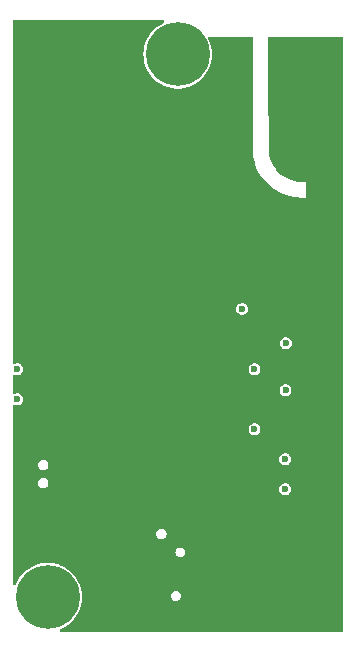
<source format=gbr>
%TF.GenerationSoftware,KiCad,Pcbnew,8.0.5*%
%TF.CreationDate,2024-10-25T02:08:45-07:00*%
%TF.ProjectId,ChungRF,4368756e-6752-4462-9e6b-696361645f70,R3*%
%TF.SameCoordinates,Original*%
%TF.FileFunction,Copper,L3,Inr*%
%TF.FilePolarity,Positive*%
%FSLAX46Y46*%
G04 Gerber Fmt 4.6, Leading zero omitted, Abs format (unit mm)*
G04 Created by KiCad (PCBNEW 8.0.5) date 2024-10-25 02:08:45*
%MOMM*%
%LPD*%
G01*
G04 APERTURE LIST*
%TA.AperFunction,ComponentPad*%
%ADD10C,0.800000*%
%TD*%
%TA.AperFunction,ComponentPad*%
%ADD11C,5.400000*%
%TD*%
%TA.AperFunction,ViaPad*%
%ADD12C,0.700000*%
%TD*%
%TA.AperFunction,ViaPad*%
%ADD13C,0.600000*%
%TD*%
%TA.AperFunction,ViaPad*%
%ADD14C,0.900000*%
%TD*%
G04 APERTURE END LIST*
D10*
%TO.N,N/C*%
%TO.C,H1*%
X163524082Y-64650000D03*
X164117191Y-63218109D03*
X164117191Y-66081891D03*
X165549082Y-62625000D03*
D11*
X165549082Y-64650000D03*
D10*
X165549082Y-66675000D03*
X166980973Y-63218109D03*
X166980973Y-66081891D03*
X167574082Y-64650000D03*
%TD*%
%TO.N,N/C*%
%TO.C,H2*%
X152516891Y-110598109D03*
X153110000Y-109166218D03*
X153110000Y-112030000D03*
X154541891Y-108573109D03*
D11*
X154541891Y-110598109D03*
D10*
X154541891Y-112623109D03*
X155973782Y-109166218D03*
X155973782Y-112030000D03*
X156566891Y-110598109D03*
%TD*%
D12*
%TO.N,GND*%
X174000000Y-97150000D03*
D13*
%TO.N,/NSS*%
X171000000Y-86200000D03*
D12*
%TO.N,GND*%
X151919082Y-92550000D03*
X157100000Y-83050000D03*
D14*
X156700000Y-94050000D03*
D12*
X174600000Y-87800000D03*
D13*
%TO.N,/TXEN*%
X151950000Y-93850000D03*
%TO.N,/RXEN*%
X151951410Y-91301410D03*
D12*
%TO.N,GND*%
X178850000Y-112950000D03*
X161500000Y-112700000D03*
X174600000Y-85200000D03*
D14*
X174000000Y-94000000D03*
X174000000Y-79000000D03*
D13*
%TO.N,/SCK*%
X174700000Y-89100000D03*
%TO.N,/MISO*%
X174675000Y-93075000D03*
%TO.N,/MOSI*%
X172050000Y-91301410D03*
%TO.N,/BUSY*%
X174650000Y-98921410D03*
%TO.N,/NRST*%
X172050000Y-96381410D03*
%TO.N,/DIO1*%
X174650000Y-101461410D03*
D12*
%TO.N,GND*%
X171466310Y-71807946D03*
D14*
X174600000Y-104001410D03*
D12*
X174797501Y-77031690D03*
X174200000Y-74050000D03*
D14*
X164000000Y-99000000D03*
X169000000Y-89000000D03*
X164000000Y-69000000D03*
X178600000Y-63900000D03*
X161500000Y-104270000D03*
D12*
X173663660Y-70800000D03*
X173663660Y-68100000D03*
D14*
X152300000Y-82000000D03*
X159000000Y-74000000D03*
X175649082Y-78671410D03*
X164000000Y-79000000D03*
X169000000Y-74000000D03*
X169000000Y-69000000D03*
X174725000Y-106800000D03*
X159000000Y-69000000D03*
X159000000Y-62600000D03*
X164000000Y-89000000D03*
D12*
X171466310Y-69107946D03*
X175650000Y-77250000D03*
X171466310Y-70907946D03*
D14*
X170024984Y-68150000D03*
X166700000Y-112700000D03*
D12*
X174850000Y-74600000D03*
X175650000Y-74900000D03*
X171790200Y-74305988D03*
D14*
X164000000Y-74000000D03*
X164000000Y-104000000D03*
X169000000Y-94000000D03*
X164000000Y-84000000D03*
X155449082Y-73571410D03*
D12*
X171551807Y-73500802D03*
X173302284Y-76284240D03*
X174014984Y-65250000D03*
D14*
X155449082Y-76171410D03*
X155449082Y-104071410D03*
X169000000Y-108000000D03*
X161500000Y-101730000D03*
X169000000Y-84000000D03*
D12*
X172680585Y-75720756D03*
X173663660Y-69000000D03*
D14*
X175649082Y-73571410D03*
X169000000Y-79000000D03*
X152300000Y-108000000D03*
X164049082Y-110095000D03*
D12*
X171100000Y-65250000D03*
D14*
X157000000Y-101691410D03*
X156700000Y-100181410D03*
X175104984Y-68150000D03*
D12*
X172170973Y-75054072D03*
D14*
X155449082Y-78671410D03*
X178650000Y-69000000D03*
D12*
X171466310Y-68207946D03*
D14*
X174000000Y-112800000D03*
D12*
X173800000Y-73350000D03*
D14*
X164000000Y-94000000D03*
D12*
X173663660Y-72557437D03*
X173663660Y-71700000D03*
X174015702Y-76726063D03*
D14*
X153900000Y-62600000D03*
X156700000Y-98691410D03*
D12*
X171466310Y-72665383D03*
X173663660Y-69900000D03*
X171466310Y-70007946D03*
D14*
X169000000Y-99000000D03*
X169000000Y-104000000D03*
X159000000Y-79000000D03*
X155449082Y-88771410D03*
X152300000Y-69000000D03*
X155449082Y-86271410D03*
X152400000Y-64000000D03*
D12*
X174000000Y-100400000D03*
%TD*%
%TA.AperFunction,Conductor*%
%TO.N,GND*%
G36*
X164365213Y-61740462D02*
G01*
X164419751Y-61795000D01*
X164439713Y-61869500D01*
X164419751Y-61944000D01*
X164365213Y-61998538D01*
X164357584Y-62002651D01*
X164096379Y-62133832D01*
X163949693Y-62230309D01*
X163814088Y-62319498D01*
X163814086Y-62319499D01*
X163814085Y-62319500D01*
X163555266Y-62536674D01*
X163555261Y-62536680D01*
X163323412Y-62782424D01*
X163323409Y-62782428D01*
X163121641Y-63053449D01*
X162952707Y-63346051D01*
X162952705Y-63346055D01*
X162818883Y-63656289D01*
X162818881Y-63656296D01*
X162721984Y-63979954D01*
X162721982Y-63979964D01*
X162663312Y-64312695D01*
X162663310Y-64312709D01*
X162643666Y-64650000D01*
X162663310Y-64987290D01*
X162663312Y-64987304D01*
X162721982Y-65320035D01*
X162721984Y-65320045D01*
X162818881Y-65643703D01*
X162818883Y-65643710D01*
X162952705Y-65953944D01*
X162952707Y-65953948D01*
X163121642Y-66246552D01*
X163323404Y-66517565D01*
X163323406Y-66517567D01*
X163323409Y-66517571D01*
X163323412Y-66517575D01*
X163555261Y-66763319D01*
X163555266Y-66763325D01*
X163738074Y-66916718D01*
X163814088Y-66980502D01*
X164096374Y-67166164D01*
X164096379Y-67166167D01*
X164398300Y-67317797D01*
X164398306Y-67317800D01*
X164715799Y-67433358D01*
X165044562Y-67511276D01*
X165380147Y-67550500D01*
X165380150Y-67550500D01*
X165718014Y-67550500D01*
X165718017Y-67550500D01*
X166053602Y-67511276D01*
X166382365Y-67433358D01*
X166699858Y-67317800D01*
X167001790Y-67166164D01*
X167284076Y-66980502D01*
X167542899Y-66763323D01*
X167774760Y-66517565D01*
X167976522Y-66246552D01*
X168145457Y-65953948D01*
X168279280Y-65643711D01*
X168376182Y-65320035D01*
X168434853Y-64987298D01*
X168454498Y-64650000D01*
X168434853Y-64312702D01*
X168376182Y-63979965D01*
X168279280Y-63656289D01*
X168143740Y-63342071D01*
X168145028Y-63341515D01*
X168130730Y-63272232D01*
X168154997Y-63199021D01*
X168212619Y-63147752D01*
X168279477Y-63131910D01*
X168343860Y-63131910D01*
X171765849Y-63131910D01*
X171840349Y-63151872D01*
X171894887Y-63206410D01*
X171914848Y-63280909D01*
X171908224Y-67550500D01*
X171900000Y-72850004D01*
X171947561Y-73228913D01*
X171950000Y-73248346D01*
X172000000Y-73504814D01*
X172000005Y-73504839D01*
X172083333Y-73834135D01*
X172100000Y-73900000D01*
X172100002Y-73900006D01*
X172100003Y-73900008D01*
X172299997Y-74405083D01*
X172300003Y-74405096D01*
X172549995Y-74849992D01*
X172549997Y-74849995D01*
X172550000Y-74850000D01*
X173000000Y-75450000D01*
X173700000Y-76050000D01*
X174500000Y-76500000D01*
X175399996Y-76749999D01*
X175399997Y-76749999D01*
X175400000Y-76750000D01*
X176250000Y-76800000D01*
X176250009Y-76800000D01*
X176400000Y-76800000D01*
X176400000Y-75450000D01*
X176250000Y-75450000D01*
X175772741Y-75450000D01*
X175728298Y-75443217D01*
X174963624Y-75204256D01*
X174937426Y-75193229D01*
X174319255Y-74860368D01*
X174284537Y-74834537D01*
X173861999Y-74411999D01*
X173841006Y-74385610D01*
X173606081Y-74009730D01*
X173595480Y-73989454D01*
X173451349Y-73653147D01*
X173448789Y-73646771D01*
X173307423Y-73269795D01*
X173298378Y-73228919D01*
X173250439Y-72605707D01*
X173250000Y-72594279D01*
X173250000Y-72400021D01*
X173230669Y-67317800D01*
X173215317Y-63281476D01*
X173234996Y-63206901D01*
X173289326Y-63152157D01*
X173363749Y-63131911D01*
X173364316Y-63131910D01*
X179379582Y-63131910D01*
X179454082Y-63151872D01*
X179508620Y-63206410D01*
X179528582Y-63280910D01*
X179528582Y-113430500D01*
X179508620Y-113505000D01*
X179454082Y-113559538D01*
X179379582Y-113579500D01*
X155676103Y-113579500D01*
X155601603Y-113559538D01*
X155547065Y-113505000D01*
X155527103Y-113430500D01*
X155547065Y-113356000D01*
X155601603Y-113301462D01*
X155625142Y-113290486D01*
X155692667Y-113265909D01*
X155994599Y-113114273D01*
X156276885Y-112928611D01*
X156535708Y-112711432D01*
X156767569Y-112465674D01*
X156969331Y-112194661D01*
X157138266Y-111902057D01*
X157272089Y-111591820D01*
X157368991Y-111268144D01*
X157427662Y-110935407D01*
X157447307Y-110598109D01*
X157441593Y-110500000D01*
X164994508Y-110500000D01*
X165014354Y-110625305D01*
X165071950Y-110738342D01*
X165161658Y-110828050D01*
X165274696Y-110885646D01*
X165400000Y-110905492D01*
X165525304Y-110885646D01*
X165638342Y-110828050D01*
X165728050Y-110738342D01*
X165785646Y-110625304D01*
X165805492Y-110500000D01*
X165785646Y-110374696D01*
X165728050Y-110261658D01*
X165638342Y-110171950D01*
X165525305Y-110114354D01*
X165400000Y-110094508D01*
X165274694Y-110114354D01*
X165161657Y-110171950D01*
X165071950Y-110261657D01*
X165014354Y-110374694D01*
X164994508Y-110500000D01*
X157441593Y-110500000D01*
X157427662Y-110260811D01*
X157368991Y-109928074D01*
X157272089Y-109604398D01*
X157138266Y-109294161D01*
X156969331Y-109001557D01*
X156767569Y-108730544D01*
X156767565Y-108730540D01*
X156767563Y-108730537D01*
X156767560Y-108730533D01*
X156535711Y-108484789D01*
X156535706Y-108484783D01*
X156276887Y-108267609D01*
X156276885Y-108267607D01*
X155994599Y-108081945D01*
X155994593Y-108081941D01*
X155692672Y-107930311D01*
X155692669Y-107930310D01*
X155692668Y-107930309D01*
X155692667Y-107930309D01*
X155375174Y-107814751D01*
X155241552Y-107783082D01*
X155046417Y-107736834D01*
X155046413Y-107736833D01*
X155046411Y-107736833D01*
X154710826Y-107697609D01*
X154372956Y-107697609D01*
X154037371Y-107736833D01*
X154037369Y-107736833D01*
X154037364Y-107736834D01*
X153708604Y-107814752D01*
X153391112Y-107930310D01*
X153391109Y-107930311D01*
X153089188Y-108081941D01*
X152942502Y-108178418D01*
X152806897Y-108267607D01*
X152806895Y-108267608D01*
X152806894Y-108267609D01*
X152548075Y-108484783D01*
X152548070Y-108484789D01*
X152316221Y-108730533D01*
X152316218Y-108730537D01*
X152114450Y-109001558D01*
X151945516Y-109294160D01*
X151945514Y-109294164D01*
X151855396Y-109503083D01*
X151807559Y-109563583D01*
X151735880Y-109592059D01*
X151659566Y-109580881D01*
X151599066Y-109533044D01*
X151570590Y-109461365D01*
X151569582Y-109444067D01*
X151569582Y-106800000D01*
X165344508Y-106800000D01*
X165364354Y-106925305D01*
X165421950Y-107038342D01*
X165511658Y-107128050D01*
X165624696Y-107185646D01*
X165750000Y-107205492D01*
X165875304Y-107185646D01*
X165988342Y-107128050D01*
X166078050Y-107038342D01*
X166135646Y-106925304D01*
X166155492Y-106800000D01*
X166135646Y-106674696D01*
X166078050Y-106561658D01*
X165988342Y-106471950D01*
X165875305Y-106414354D01*
X165750000Y-106394508D01*
X165624694Y-106414354D01*
X165511657Y-106471950D01*
X165421950Y-106561657D01*
X165364354Y-106674694D01*
X165344508Y-106800000D01*
X151569582Y-106800000D01*
X151569582Y-105249996D01*
X163694867Y-105249996D01*
X163694867Y-105250003D01*
X163713302Y-105378223D01*
X163767118Y-105496064D01*
X163822282Y-105559727D01*
X163851951Y-105593967D01*
X163960931Y-105664004D01*
X164085228Y-105700500D01*
X164085231Y-105700500D01*
X164214769Y-105700500D01*
X164214772Y-105700500D01*
X164339069Y-105664004D01*
X164448049Y-105593967D01*
X164532882Y-105496063D01*
X164586697Y-105378226D01*
X164605133Y-105250000D01*
X164605133Y-105249996D01*
X164586697Y-105121776D01*
X164586697Y-105121774D01*
X164532882Y-105003937D01*
X164532881Y-105003936D01*
X164532881Y-105003935D01*
X164486216Y-104950080D01*
X164448049Y-104906033D01*
X164339069Y-104835996D01*
X164214772Y-104799500D01*
X164085228Y-104799500D01*
X163960931Y-104835996D01*
X163960928Y-104835997D01*
X163960927Y-104835998D01*
X163851955Y-104906030D01*
X163851952Y-104906031D01*
X163851951Y-104906033D01*
X163851949Y-104906034D01*
X163851948Y-104906036D01*
X163767118Y-105003935D01*
X163713302Y-105121776D01*
X163694867Y-105249996D01*
X151569582Y-105249996D01*
X151569582Y-101461406D01*
X174144353Y-101461406D01*
X174144353Y-101461413D01*
X174164834Y-101603864D01*
X174164834Y-101603865D01*
X174164835Y-101603867D01*
X174224623Y-101734783D01*
X174318872Y-101843553D01*
X174439947Y-101921363D01*
X174578039Y-101961910D01*
X174578041Y-101961910D01*
X174721959Y-101961910D01*
X174721961Y-101961910D01*
X174860053Y-101921363D01*
X174981128Y-101843553D01*
X175075377Y-101734783D01*
X175135165Y-101603867D01*
X175155647Y-101461410D01*
X175155647Y-101461406D01*
X175135165Y-101318955D01*
X175135165Y-101318953D01*
X175075377Y-101188037D01*
X174981128Y-101079267D01*
X174981127Y-101079266D01*
X174947465Y-101057633D01*
X174860053Y-101001457D01*
X174860050Y-101001456D01*
X174721967Y-100960911D01*
X174721962Y-100960910D01*
X174721961Y-100960910D01*
X174578039Y-100960910D01*
X174578037Y-100960910D01*
X174578032Y-100960911D01*
X174439949Y-101001456D01*
X174318872Y-101079266D01*
X174318870Y-101079269D01*
X174224622Y-101188038D01*
X174164834Y-101318955D01*
X174144353Y-101461406D01*
X151569582Y-101461406D01*
X151569582Y-100949996D01*
X153694867Y-100949996D01*
X153694867Y-100950003D01*
X153713302Y-101078223D01*
X153713302Y-101078224D01*
X153713303Y-101078226D01*
X153737390Y-101130970D01*
X153767118Y-101196064D01*
X153822282Y-101259727D01*
X153851951Y-101293967D01*
X153960931Y-101364004D01*
X154085228Y-101400500D01*
X154085231Y-101400500D01*
X154214769Y-101400500D01*
X154214772Y-101400500D01*
X154339069Y-101364004D01*
X154448049Y-101293967D01*
X154532882Y-101196063D01*
X154586697Y-101078226D01*
X154597735Y-101001456D01*
X154605133Y-100950003D01*
X154605133Y-100949996D01*
X154586697Y-100821776D01*
X154586697Y-100821774D01*
X154532882Y-100703937D01*
X154532881Y-100703936D01*
X154532881Y-100703935D01*
X154486216Y-100650080D01*
X154448049Y-100606033D01*
X154339069Y-100535996D01*
X154214772Y-100499500D01*
X154085228Y-100499500D01*
X153960931Y-100535996D01*
X153960928Y-100535997D01*
X153960927Y-100535998D01*
X153851955Y-100606030D01*
X153851952Y-100606031D01*
X153851951Y-100606033D01*
X153851949Y-100606034D01*
X153851948Y-100606036D01*
X153767118Y-100703935D01*
X153713302Y-100821776D01*
X153694867Y-100949996D01*
X151569582Y-100949996D01*
X151569582Y-99399996D01*
X153694867Y-99399996D01*
X153694867Y-99400003D01*
X153713302Y-99528223D01*
X153767118Y-99646064D01*
X153822282Y-99709727D01*
X153851951Y-99743967D01*
X153960931Y-99814004D01*
X154085228Y-99850500D01*
X154085231Y-99850500D01*
X154214769Y-99850500D01*
X154214772Y-99850500D01*
X154339069Y-99814004D01*
X154448049Y-99743967D01*
X154532882Y-99646063D01*
X154586697Y-99528226D01*
X154605133Y-99400000D01*
X154605133Y-99399996D01*
X154586697Y-99271776D01*
X154586697Y-99271774D01*
X154532882Y-99153937D01*
X154532881Y-99153936D01*
X154532881Y-99153935D01*
X154454834Y-99063864D01*
X154448049Y-99056033D01*
X154339069Y-98985996D01*
X154214772Y-98949500D01*
X154085228Y-98949500D01*
X153960931Y-98985996D01*
X153960928Y-98985997D01*
X153960927Y-98985998D01*
X153851955Y-99056030D01*
X153851952Y-99056031D01*
X153851951Y-99056033D01*
X153851949Y-99056034D01*
X153851948Y-99056036D01*
X153767118Y-99153935D01*
X153713302Y-99271776D01*
X153694867Y-99399996D01*
X151569582Y-99399996D01*
X151569582Y-98921406D01*
X174144353Y-98921406D01*
X174144353Y-98921413D01*
X174164834Y-99063864D01*
X174164834Y-99063865D01*
X174164835Y-99063867D01*
X174224623Y-99194783D01*
X174318872Y-99303553D01*
X174439947Y-99381363D01*
X174578039Y-99421910D01*
X174578041Y-99421910D01*
X174721959Y-99421910D01*
X174721961Y-99421910D01*
X174860053Y-99381363D01*
X174981128Y-99303553D01*
X175075377Y-99194783D01*
X175135165Y-99063867D01*
X175146361Y-98985996D01*
X175155647Y-98921413D01*
X175155647Y-98921406D01*
X175135165Y-98778955D01*
X175135165Y-98778953D01*
X175075377Y-98648037D01*
X174981128Y-98539267D01*
X174981127Y-98539266D01*
X174947465Y-98517633D01*
X174860053Y-98461457D01*
X174860050Y-98461456D01*
X174721967Y-98420911D01*
X174721962Y-98420910D01*
X174721961Y-98420910D01*
X174578039Y-98420910D01*
X174578037Y-98420910D01*
X174578032Y-98420911D01*
X174439949Y-98461456D01*
X174318872Y-98539266D01*
X174318870Y-98539269D01*
X174224622Y-98648038D01*
X174164834Y-98778955D01*
X174144353Y-98921406D01*
X151569582Y-98921406D01*
X151569582Y-96381406D01*
X171544353Y-96381406D01*
X171544353Y-96381413D01*
X171564834Y-96523864D01*
X171564834Y-96523865D01*
X171564835Y-96523867D01*
X171624623Y-96654783D01*
X171718872Y-96763553D01*
X171839947Y-96841363D01*
X171978039Y-96881910D01*
X171978041Y-96881910D01*
X172121959Y-96881910D01*
X172121961Y-96881910D01*
X172260053Y-96841363D01*
X172381128Y-96763553D01*
X172475377Y-96654783D01*
X172535165Y-96523867D01*
X172555647Y-96381410D01*
X172555647Y-96381406D01*
X172535165Y-96238955D01*
X172535165Y-96238953D01*
X172475377Y-96108037D01*
X172381128Y-95999267D01*
X172381127Y-95999266D01*
X172347465Y-95977633D01*
X172260053Y-95921457D01*
X172260050Y-95921456D01*
X172121967Y-95880911D01*
X172121962Y-95880910D01*
X172121961Y-95880910D01*
X171978039Y-95880910D01*
X171978037Y-95880910D01*
X171978032Y-95880911D01*
X171839949Y-95921456D01*
X171718872Y-95999266D01*
X171718870Y-95999269D01*
X171624622Y-96108038D01*
X171564834Y-96238955D01*
X171544353Y-96381406D01*
X151569582Y-96381406D01*
X151569582Y-94458969D01*
X151589544Y-94384469D01*
X151644082Y-94329931D01*
X151718582Y-94309969D01*
X151760556Y-94316004D01*
X151878039Y-94350500D01*
X151878041Y-94350500D01*
X152021959Y-94350500D01*
X152021961Y-94350500D01*
X152160053Y-94309953D01*
X152281128Y-94232143D01*
X152375377Y-94123373D01*
X152435165Y-93992457D01*
X152455647Y-93850000D01*
X152455647Y-93849996D01*
X152435165Y-93707545D01*
X152435165Y-93707543D01*
X152375377Y-93576627D01*
X152281128Y-93467857D01*
X152281127Y-93467856D01*
X152247465Y-93446223D01*
X152160053Y-93390047D01*
X152160050Y-93390046D01*
X152021967Y-93349501D01*
X152021962Y-93349500D01*
X152021961Y-93349500D01*
X151878039Y-93349500D01*
X151878038Y-93349500D01*
X151831824Y-93363069D01*
X151760558Y-93383995D01*
X151683454Y-93385830D01*
X151615760Y-93348866D01*
X151575617Y-93283008D01*
X151569582Y-93241030D01*
X151569582Y-93074996D01*
X174169353Y-93074996D01*
X174169353Y-93075003D01*
X174189834Y-93217454D01*
X174189834Y-93217455D01*
X174189835Y-93217457D01*
X174249623Y-93348373D01*
X174343872Y-93457143D01*
X174464947Y-93534953D01*
X174603039Y-93575500D01*
X174603041Y-93575500D01*
X174746959Y-93575500D01*
X174746961Y-93575500D01*
X174885053Y-93534953D01*
X175006128Y-93457143D01*
X175100377Y-93348373D01*
X175160165Y-93217457D01*
X175180647Y-93075000D01*
X175180647Y-93074996D01*
X175160165Y-92932545D01*
X175160165Y-92932543D01*
X175100377Y-92801627D01*
X175006128Y-92692857D01*
X175006127Y-92692856D01*
X174972465Y-92671223D01*
X174885053Y-92615047D01*
X174885050Y-92615046D01*
X174746967Y-92574501D01*
X174746962Y-92574500D01*
X174746961Y-92574500D01*
X174603039Y-92574500D01*
X174603037Y-92574500D01*
X174603032Y-92574501D01*
X174464949Y-92615046D01*
X174343872Y-92692856D01*
X174343870Y-92692859D01*
X174249622Y-92801628D01*
X174189834Y-92932545D01*
X174169353Y-93074996D01*
X151569582Y-93074996D01*
X151569582Y-91909965D01*
X151589544Y-91835465D01*
X151644082Y-91780927D01*
X151718582Y-91760965D01*
X151760556Y-91767000D01*
X151879449Y-91801910D01*
X151879451Y-91801910D01*
X152023369Y-91801910D01*
X152023371Y-91801910D01*
X152161463Y-91761363D01*
X152282538Y-91683553D01*
X152376787Y-91574783D01*
X152436575Y-91443867D01*
X152457057Y-91301410D01*
X152457057Y-91301406D01*
X171544353Y-91301406D01*
X171544353Y-91301413D01*
X171564834Y-91443864D01*
X171564834Y-91443865D01*
X171564835Y-91443867D01*
X171624623Y-91574783D01*
X171718872Y-91683553D01*
X171839947Y-91761363D01*
X171978039Y-91801910D01*
X171978041Y-91801910D01*
X172121959Y-91801910D01*
X172121961Y-91801910D01*
X172260053Y-91761363D01*
X172381128Y-91683553D01*
X172475377Y-91574783D01*
X172535165Y-91443867D01*
X172555647Y-91301410D01*
X172555647Y-91301406D01*
X172535165Y-91158955D01*
X172535165Y-91158953D01*
X172475377Y-91028037D01*
X172381128Y-90919267D01*
X172381127Y-90919266D01*
X172347465Y-90897633D01*
X172260053Y-90841457D01*
X172260050Y-90841456D01*
X172121967Y-90800911D01*
X172121962Y-90800910D01*
X172121961Y-90800910D01*
X171978039Y-90800910D01*
X171978037Y-90800910D01*
X171978032Y-90800911D01*
X171839949Y-90841456D01*
X171718872Y-90919266D01*
X171718870Y-90919269D01*
X171624622Y-91028038D01*
X171564834Y-91158955D01*
X171544353Y-91301406D01*
X152457057Y-91301406D01*
X152436575Y-91158955D01*
X152436575Y-91158953D01*
X152376787Y-91028037D01*
X152282538Y-90919267D01*
X152282537Y-90919266D01*
X152248875Y-90897633D01*
X152161463Y-90841457D01*
X152161460Y-90841456D01*
X152023377Y-90800911D01*
X152023372Y-90800910D01*
X152023371Y-90800910D01*
X151879449Y-90800910D01*
X151879448Y-90800910D01*
X151832137Y-90814801D01*
X151760558Y-90835819D01*
X151683454Y-90837654D01*
X151615760Y-90800690D01*
X151575617Y-90734832D01*
X151569582Y-90692854D01*
X151569582Y-89099996D01*
X174194353Y-89099996D01*
X174194353Y-89100003D01*
X174214834Y-89242454D01*
X174214834Y-89242455D01*
X174214835Y-89242457D01*
X174274623Y-89373373D01*
X174368872Y-89482143D01*
X174489947Y-89559953D01*
X174628039Y-89600500D01*
X174628041Y-89600500D01*
X174771959Y-89600500D01*
X174771961Y-89600500D01*
X174910053Y-89559953D01*
X175031128Y-89482143D01*
X175125377Y-89373373D01*
X175185165Y-89242457D01*
X175205647Y-89100000D01*
X175205647Y-89099996D01*
X175185165Y-88957545D01*
X175185165Y-88957543D01*
X175125377Y-88826627D01*
X175031128Y-88717857D01*
X175031127Y-88717856D01*
X174997465Y-88696223D01*
X174910053Y-88640047D01*
X174910050Y-88640046D01*
X174771967Y-88599501D01*
X174771962Y-88599500D01*
X174771961Y-88599500D01*
X174628039Y-88599500D01*
X174628037Y-88599500D01*
X174628032Y-88599501D01*
X174489949Y-88640046D01*
X174368872Y-88717856D01*
X174368870Y-88717859D01*
X174274622Y-88826628D01*
X174214834Y-88957545D01*
X174194353Y-89099996D01*
X151569582Y-89099996D01*
X151569582Y-86199996D01*
X170494353Y-86199996D01*
X170494353Y-86200003D01*
X170514834Y-86342454D01*
X170514834Y-86342455D01*
X170514835Y-86342457D01*
X170574623Y-86473373D01*
X170668872Y-86582143D01*
X170789947Y-86659953D01*
X170928039Y-86700500D01*
X170928041Y-86700500D01*
X171071959Y-86700500D01*
X171071961Y-86700500D01*
X171210053Y-86659953D01*
X171331128Y-86582143D01*
X171425377Y-86473373D01*
X171485165Y-86342457D01*
X171505647Y-86200000D01*
X171505647Y-86199996D01*
X171485165Y-86057545D01*
X171485165Y-86057543D01*
X171425377Y-85926627D01*
X171331128Y-85817857D01*
X171331127Y-85817856D01*
X171297465Y-85796223D01*
X171210053Y-85740047D01*
X171210050Y-85740046D01*
X171071967Y-85699501D01*
X171071962Y-85699500D01*
X171071961Y-85699500D01*
X170928039Y-85699500D01*
X170928037Y-85699500D01*
X170928032Y-85699501D01*
X170789949Y-85740046D01*
X170668872Y-85817856D01*
X170668870Y-85817859D01*
X170574622Y-85926628D01*
X170514834Y-86057545D01*
X170494353Y-86199996D01*
X151569582Y-86199996D01*
X151569582Y-61869500D01*
X151589544Y-61795000D01*
X151644082Y-61740462D01*
X151718582Y-61720500D01*
X164290713Y-61720500D01*
X164365213Y-61740462D01*
G37*
%TD.AperFunction*%
%TD*%
M02*

</source>
